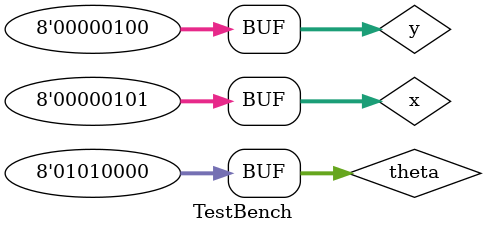
<source format=v>
`timescale 1ns / 1ps


module TestBench;

	// Inputs
	reg [7:0] x;
	reg [7:0] y;
	reg [7:0] theta;

	// Outputs
	wire [7:0] x_out;
	wire [7:0] y_out;

	// Instantiate the Unit Under Test (UUT)
	Rotbytheta uut (
		.x(x), 
		.y(y), 
		.theta(theta), 
		.x_out(x_out), 
		.y_out(y_out)
	);

	initial begin
		// Initialize Inputs
		x = 5;
		y = 4;
		theta = 0;
		
		#100
		
		x = 5;
		y = 4;
		theta = 10;
		
		#100

		x = 5;
		y = 4;
		theta = 80;
		
		// Wait 100 ns for global reset to finish
		#100;
        
		// Add stimulus here
		$monitor("at %d ns, x1 = %d, y1 = %d", $time, x_out, y_out);
	end
      
endmodule


</source>
